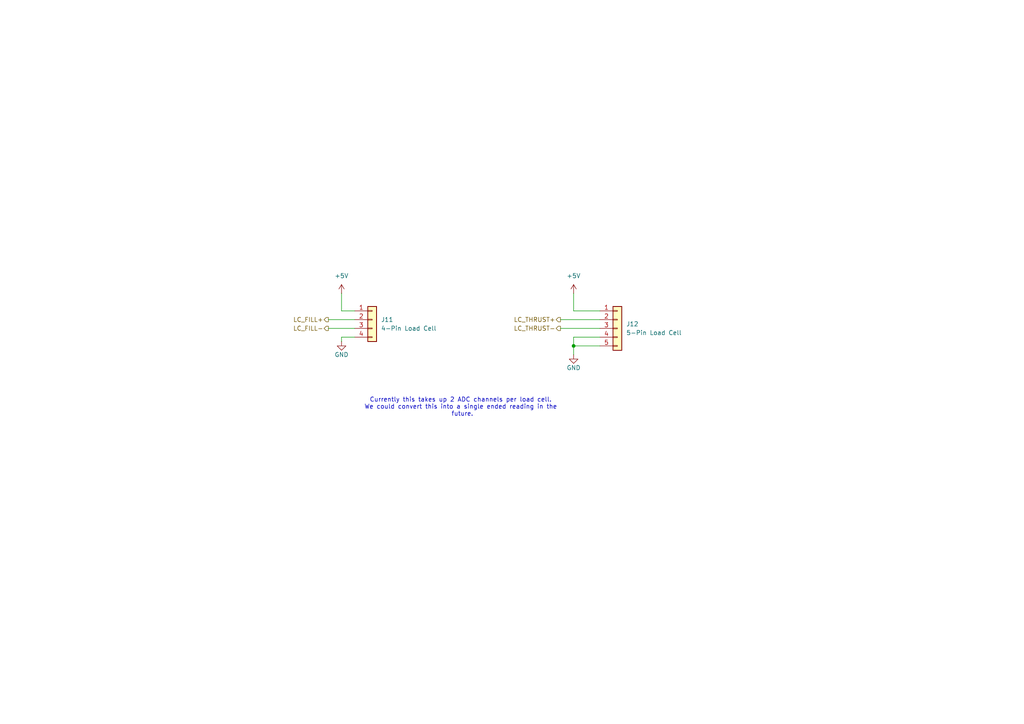
<source format=kicad_sch>
(kicad_sch (version 20250114) (generator "eeschema") (generator_version "9.0")
  (paper "A4")
  (title_block (title "Load Cell Measurement") (rev "1.0.0") (company "Queen's Rocket Engineering Team"))
  (lib_symbols
    (symbol "Connector_Generic:Conn_01x04" (pin_names (offset 1.016) (hide yes))
      (property "Reference" "J" (at 0 5.08 0))
      (property "Value" "Conn_01x04" (at 0 -7.62 0))
      (symbol "Conn_01x04_1_1"
        (rectangle (start -1.27 3.81) (end 1.27 -6.35) (stroke (width 0.254)) (fill (type background)))
        (rectangle (start -1.27 2.667) (end 0 2.413) (stroke (width 0.1524)))
        (rectangle (start -1.27 0.127) (end 0 -0.127) (stroke (width 0.1524)))
        (rectangle (start -1.27 -2.413) (end 0 -2.667) (stroke (width 0.1524)))
        (rectangle (start -1.27 -4.953) (end 0 -5.207) (stroke (width 0.1524)))
        (pin passive line (at -5.08 2.54 0) (length 3.81) (name "Pin_1") (number "1"))
        (pin passive line (at -5.08 0 0) (length 3.81) (name "Pin_2") (number "2"))
        (pin passive line (at -5.08 -2.54 0) (length 3.81) (name "Pin_3") (number "3"))
        (pin passive line (at -5.08 -5.08 0) (length 3.81) (name "Pin_4") (number "4"))
      )
    )
    (symbol "Connector_Generic:Conn_01x05" (pin_names (offset 1.016) (hide yes))
      (property "Reference" "J" (at 0 7.62 0))
      (property "Value" "Conn_01x05" (at 0 -7.62 0))
      (symbol "Conn_01x05_1_1"
        (rectangle (start -1.27 6.35) (end 1.27 -6.35) (stroke (width 0.254)) (fill (type background)))
        (rectangle (start -1.27 5.207) (end 0 4.953) (stroke (width 0.1524)))
        (rectangle (start -1.27 2.667) (end 0 2.413) (stroke (width 0.1524)))
        (rectangle (start -1.27 0.127) (end 0 -0.127) (stroke (width 0.1524)))
        (rectangle (start -1.27 -2.413) (end 0 -2.667) (stroke (width 0.1524)))
        (rectangle (start -1.27 -4.953) (end 0 -5.207) (stroke (width 0.1524)))
        (pin passive line (at -5.08 5.08 0) (length 3.81) (name "Pin_1") (number "1"))
        (pin passive line (at -5.08 2.54 0) (length 3.81) (name "Pin_2") (number "2"))
        (pin passive line (at -5.08 0 0) (length 3.81) (name "Pin_3") (number "3"))
        (pin passive line (at -5.08 -2.54 0) (length 3.81) (name "Pin_4") (number "4"))
        (pin passive line (at -5.08 -5.08 0) (length 3.81) (name "Pin_5") (number "5"))
      )
    )
    (symbol "power:+5V" (power) (pin_numbers (hide yes)) (pin_names (offset 0) (hide yes))
      (property "Value" "+5V" (at 0 3.556 0))
      (symbol "+5V_0_1"
        (polyline (pts (xy -0.762 1.27) (xy 0 2.54)))
        (polyline (pts (xy 0 2.54) (xy 0.762 1.27)))
        (polyline (pts (xy 0 0) (xy 0 2.54)))
      )
      (symbol "+5V_1_1"
        (pin power_in line (at 0 0 90) (length 0) (name "~") (number "1"))
      )
    )
    (symbol "power:GND" (power) (pin_numbers (hide yes)) (pin_names (offset 0) (hide yes))
      (property "Value" "GND" (at 0 -3.81 0))
      (symbol "GND_0_1"
        (polyline (pts (xy 0 0) (xy 0 -1.27) (xy 1.27 -1.27) (xy 0 -2.54) (xy -1.27 -1.27) (xy 0 -1.27)))
      )
      (symbol "GND_1_1"
        (pin power_in line (at 0 0 270) (length 0) (name "~") (number "1"))
      )
    )
  )
  (text "Currently this takes up 2 ADC channels per load cell. \nWe could convert this into a single ended reading in the \nfuture." (at 134.112 118.11 0) (effects (font (size 1.27 1.27))))
  (junction (at 166.37 100.33))
  (wire (pts (xy 173.99 90.17) (xy 166.37 90.17)))
  (wire (pts (xy 95.25 95.25) (xy 102.87 95.25)))
  (wire (pts (xy 166.37 85.09) (xy 166.37 90.17)))
  (wire (pts (xy 166.37 100.33) (xy 166.37 102.87)))
  (wire (pts (xy 166.37 97.79) (xy 173.99 97.79)))
  (wire (pts (xy 95.25 92.71) (xy 102.87 92.71)))
  (wire (pts (xy 166.37 100.33) (xy 173.99 100.33)))
  (wire (pts (xy 99.06 97.79) (xy 99.06 99.06)))
  (wire (pts (xy 162.56 92.71) (xy 173.99 92.71)))
  (wire (pts (xy 102.87 90.17) (xy 99.06 90.17)))
  (wire (pts (xy 162.56 95.25) (xy 173.99 95.25)))
  (wire (pts (xy 102.87 97.79) (xy 99.06 97.79)))
  (wire (pts (xy 99.06 85.09) (xy 99.06 90.17)))
  (wire (pts (xy 166.37 97.79) (xy 166.37 100.33)))
  (hierarchical_label "LC_THRUST-" (shape output) (at 162.56 95.25 180))
  (hierarchical_label "LC_FILL-" (shape output) (at 95.25 95.25 180))
  (hierarchical_label "LC_THRUST+" (shape output) (at 162.56 92.71 180))
  (hierarchical_label "LC_FILL+" (shape output) (at 95.25 92.71 180))
  (symbol (lib_id "Connector_Generic:Conn_01x04") (at 107.95 92.71 0) (unit 1) (in_bom no)
    (property "Reference" "J11" (at 110.49 92.7099 0) (effects (justify left)))
    (property "Value" "4-Pin Load Cell" (at 110.49 95.2499 0) (effects (justify left)))
    (property "Footprint" "Connector_JST:JST_XH_B4B-XH-A_1x04_P2.50mm_Vertical" (effects (hide yes)))
    (property "Description" "Generic connector, single row, 01x04, script generated (kicad-library-utils/schlib/autogen/connector/)" (effects (hide yes)))
  )
  (symbol (lib_id "power:GND") (at 99.06 99.06 0) (unit 1)
    (property "Reference" "#PWR0156" (effects (hide yes)))
    (property "Value" "GND" (at 99.06 102.87 0))
    (property "Description" "Power symbol creates a global label with name \"GND\" , ground" (effects (hide yes)))
  )
  (symbol (lib_id "power:+5V") (at 99.06 85.09 0) (unit 1)
    (property "Reference" "#PWR0155" (effects (hide yes)))
    (property "Value" "+5V" (at 99.06 80.01 0))
    (property "Description" "Power symbol creates a global label with name \"+5V\"" (effects (hide yes)))
  )
  (symbol (lib_id "power:GND") (at 166.37 102.87 0) (unit 1)
    (property "Reference" "#PWR0158" (effects (hide yes)))
    (property "Value" "GND" (at 166.37 106.68 0))
    (property "Description" "Power symbol creates a global label with name \"GND\" , ground" (effects (hide yes)))
  )
  (symbol (lib_id "Connector_Generic:Conn_01x05") (at 179.07 95.25 0) (unit 1) (in_bom no)
    (property "Reference" "J12" (at 181.61 93.9799 0) (effects (justify left)))
    (property "Value" "5-Pin Load Cell" (at 181.61 96.5199 0) (effects (justify left)))
    (property "Footprint" "Connector_JST:JST_XH_B5B-XH-A_1x05_P2.50mm_Vertical" (effects (hide yes)))
    (property "Description" "Generic connector, single row, 01x05, script generated (kicad-library-utils/schlib/autogen/connector/)" (effects (hide yes)))
  )
  (symbol (lib_id "power:+5V") (at 166.37 85.09 0) (unit 1)
    (property "Reference" "#PWR0157" (effects (hide yes)))
    (property "Value" "+5V" (at 166.37 80.01 0))
    (property "Description" "Power symbol creates a global label with name \"+5V\"" (effects (hide yes)))
  )
)
</source>
